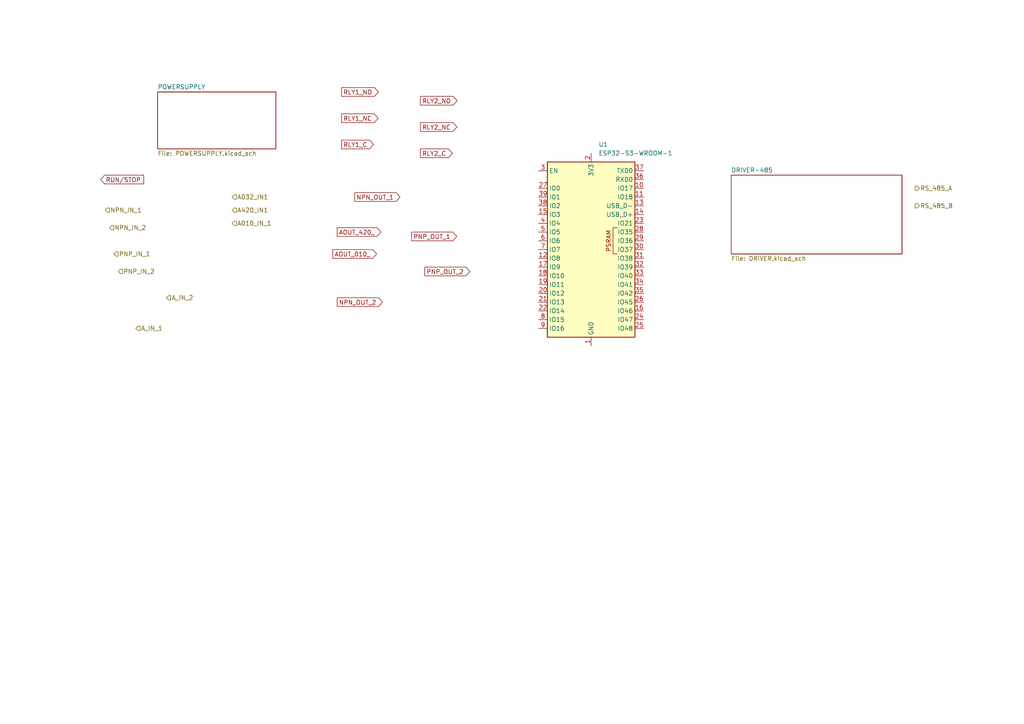
<source format=kicad_sch>
(kicad_sch
	(version 20250114)
	(generator "eeschema")
	(generator_version "9.0")
	(uuid "a8e24de5-b1df-440c-aee0-57f2ba738650")
	(paper "A4")
	(lib_symbols
		(symbol "RF_Module:ESP32-S3-WROOM-1"
			(exclude_from_sim no)
			(in_bom yes)
			(on_board yes)
			(property "Reference" "U"
				(at -12.7 26.67 0)
				(effects
					(font
						(size 1.27 1.27)
					)
				)
			)
			(property "Value" "ESP32-S3-WROOM-1"
				(at 12.7 26.67 0)
				(effects
					(font
						(size 1.27 1.27)
					)
				)
			)
			(property "Footprint" "RF_Module:ESP32-S3-WROOM-1"
				(at 0 2.54 0)
				(effects
					(font
						(size 1.27 1.27)
					)
					(hide yes)
				)
			)
			(property "Datasheet" "https://www.espressif.com/sites/default/files/documentation/esp32-s3-wroom-1_wroom-1u_datasheet_en.pdf"
				(at 0 0 0)
				(effects
					(font
						(size 1.27 1.27)
					)
					(hide yes)
				)
			)
			(property "Description" "RF Module, ESP32-S3 SoC, Wi-Fi 802.11b/g/n, Bluetooth, BLE, 32-bit, 3.3V, onboard antenna, SMD"
				(at 0 0 0)
				(effects
					(font
						(size 1.27 1.27)
					)
					(hide yes)
				)
			)
			(property "ki_keywords" "RF Radio BT ESP ESP32-S3 Espressif onboard PCB antenna"
				(at 0 0 0)
				(effects
					(font
						(size 1.27 1.27)
					)
					(hide yes)
				)
			)
			(property "ki_fp_filters" "ESP32?S3?WROOM?1*"
				(at 0 0 0)
				(effects
					(font
						(size 1.27 1.27)
					)
					(hide yes)
				)
			)
			(symbol "ESP32-S3-WROOM-1_0_0"
				(rectangle
					(start -12.7 25.4)
					(end 12.7 -25.4)
					(stroke
						(width 0.254)
						(type default)
					)
					(fill
						(type background)
					)
				)
				(text "PSRAM"
					(at 5.08 2.54 900)
					(effects
						(font
							(size 1.27 1.27)
						)
					)
				)
			)
			(symbol "ESP32-S3-WROOM-1_0_1"
				(polyline
					(pts
						(xy 7.62 -1.27) (xy 6.35 -1.27) (xy 6.35 6.35) (xy 7.62 6.35)
					)
					(stroke
						(width 0)
						(type default)
					)
					(fill
						(type none)
					)
				)
			)
			(symbol "ESP32-S3-WROOM-1_1_1"
				(pin input line
					(at -15.24 22.86 0)
					(length 2.54)
					(name "EN"
						(effects
							(font
								(size 1.27 1.27)
							)
						)
					)
					(number "3"
						(effects
							(font
								(size 1.27 1.27)
							)
						)
					)
				)
				(pin bidirectional line
					(at -15.24 17.78 0)
					(length 2.54)
					(name "IO0"
						(effects
							(font
								(size 1.27 1.27)
							)
						)
					)
					(number "27"
						(effects
							(font
								(size 1.27 1.27)
							)
						)
					)
				)
				(pin bidirectional line
					(at -15.24 15.24 0)
					(length 2.54)
					(name "IO1"
						(effects
							(font
								(size 1.27 1.27)
							)
						)
					)
					(number "39"
						(effects
							(font
								(size 1.27 1.27)
							)
						)
					)
				)
				(pin bidirectional line
					(at -15.24 12.7 0)
					(length 2.54)
					(name "IO2"
						(effects
							(font
								(size 1.27 1.27)
							)
						)
					)
					(number "38"
						(effects
							(font
								(size 1.27 1.27)
							)
						)
					)
				)
				(pin bidirectional line
					(at -15.24 10.16 0)
					(length 2.54)
					(name "IO3"
						(effects
							(font
								(size 1.27 1.27)
							)
						)
					)
					(number "15"
						(effects
							(font
								(size 1.27 1.27)
							)
						)
					)
				)
				(pin bidirectional line
					(at -15.24 7.62 0)
					(length 2.54)
					(name "IO4"
						(effects
							(font
								(size 1.27 1.27)
							)
						)
					)
					(number "4"
						(effects
							(font
								(size 1.27 1.27)
							)
						)
					)
				)
				(pin bidirectional line
					(at -15.24 5.08 0)
					(length 2.54)
					(name "IO5"
						(effects
							(font
								(size 1.27 1.27)
							)
						)
					)
					(number "5"
						(effects
							(font
								(size 1.27 1.27)
							)
						)
					)
				)
				(pin bidirectional line
					(at -15.24 2.54 0)
					(length 2.54)
					(name "IO6"
						(effects
							(font
								(size 1.27 1.27)
							)
						)
					)
					(number "6"
						(effects
							(font
								(size 1.27 1.27)
							)
						)
					)
				)
				(pin bidirectional line
					(at -15.24 0 0)
					(length 2.54)
					(name "IO7"
						(effects
							(font
								(size 1.27 1.27)
							)
						)
					)
					(number "7"
						(effects
							(font
								(size 1.27 1.27)
							)
						)
					)
				)
				(pin bidirectional line
					(at -15.24 -2.54 0)
					(length 2.54)
					(name "IO8"
						(effects
							(font
								(size 1.27 1.27)
							)
						)
					)
					(number "12"
						(effects
							(font
								(size 1.27 1.27)
							)
						)
					)
				)
				(pin bidirectional line
					(at -15.24 -5.08 0)
					(length 2.54)
					(name "IO9"
						(effects
							(font
								(size 1.27 1.27)
							)
						)
					)
					(number "17"
						(effects
							(font
								(size 1.27 1.27)
							)
						)
					)
				)
				(pin bidirectional line
					(at -15.24 -7.62 0)
					(length 2.54)
					(name "IO10"
						(effects
							(font
								(size 1.27 1.27)
							)
						)
					)
					(number "18"
						(effects
							(font
								(size 1.27 1.27)
							)
						)
					)
				)
				(pin bidirectional line
					(at -15.24 -10.16 0)
					(length 2.54)
					(name "IO11"
						(effects
							(font
								(size 1.27 1.27)
							)
						)
					)
					(number "19"
						(effects
							(font
								(size 1.27 1.27)
							)
						)
					)
				)
				(pin bidirectional line
					(at -15.24 -12.7 0)
					(length 2.54)
					(name "IO12"
						(effects
							(font
								(size 1.27 1.27)
							)
						)
					)
					(number "20"
						(effects
							(font
								(size 1.27 1.27)
							)
						)
					)
				)
				(pin bidirectional line
					(at -15.24 -15.24 0)
					(length 2.54)
					(name "IO13"
						(effects
							(font
								(size 1.27 1.27)
							)
						)
					)
					(number "21"
						(effects
							(font
								(size 1.27 1.27)
							)
						)
					)
				)
				(pin bidirectional line
					(at -15.24 -17.78 0)
					(length 2.54)
					(name "IO14"
						(effects
							(font
								(size 1.27 1.27)
							)
						)
					)
					(number "22"
						(effects
							(font
								(size 1.27 1.27)
							)
						)
					)
				)
				(pin bidirectional line
					(at -15.24 -20.32 0)
					(length 2.54)
					(name "IO15"
						(effects
							(font
								(size 1.27 1.27)
							)
						)
					)
					(number "8"
						(effects
							(font
								(size 1.27 1.27)
							)
						)
					)
				)
				(pin bidirectional line
					(at -15.24 -22.86 0)
					(length 2.54)
					(name "IO16"
						(effects
							(font
								(size 1.27 1.27)
							)
						)
					)
					(number "9"
						(effects
							(font
								(size 1.27 1.27)
							)
						)
					)
				)
				(pin power_in line
					(at 0 27.94 270)
					(length 2.54)
					(name "3V3"
						(effects
							(font
								(size 1.27 1.27)
							)
						)
					)
					(number "2"
						(effects
							(font
								(size 1.27 1.27)
							)
						)
					)
				)
				(pin power_in line
					(at 0 -27.94 90)
					(length 2.54)
					(name "GND"
						(effects
							(font
								(size 1.27 1.27)
							)
						)
					)
					(number "1"
						(effects
							(font
								(size 1.27 1.27)
							)
						)
					)
				)
				(pin passive line
					(at 0 -27.94 90)
					(length 2.54)
					(hide yes)
					(name "GND"
						(effects
							(font
								(size 1.27 1.27)
							)
						)
					)
					(number "40"
						(effects
							(font
								(size 1.27 1.27)
							)
						)
					)
				)
				(pin passive line
					(at 0 -27.94 90)
					(length 2.54)
					(hide yes)
					(name "GND"
						(effects
							(font
								(size 1.27 1.27)
							)
						)
					)
					(number "41"
						(effects
							(font
								(size 1.27 1.27)
							)
						)
					)
				)
				(pin bidirectional line
					(at 15.24 22.86 180)
					(length 2.54)
					(name "TXD0"
						(effects
							(font
								(size 1.27 1.27)
							)
						)
					)
					(number "37"
						(effects
							(font
								(size 1.27 1.27)
							)
						)
					)
				)
				(pin bidirectional line
					(at 15.24 20.32 180)
					(length 2.54)
					(name "RXD0"
						(effects
							(font
								(size 1.27 1.27)
							)
						)
					)
					(number "36"
						(effects
							(font
								(size 1.27 1.27)
							)
						)
					)
				)
				(pin bidirectional line
					(at 15.24 17.78 180)
					(length 2.54)
					(name "IO17"
						(effects
							(font
								(size 1.27 1.27)
							)
						)
					)
					(number "10"
						(effects
							(font
								(size 1.27 1.27)
							)
						)
					)
				)
				(pin bidirectional line
					(at 15.24 15.24 180)
					(length 2.54)
					(name "IO18"
						(effects
							(font
								(size 1.27 1.27)
							)
						)
					)
					(number "11"
						(effects
							(font
								(size 1.27 1.27)
							)
						)
					)
				)
				(pin bidirectional line
					(at 15.24 12.7 180)
					(length 2.54)
					(name "USB_D-"
						(effects
							(font
								(size 1.27 1.27)
							)
						)
					)
					(number "13"
						(effects
							(font
								(size 1.27 1.27)
							)
						)
					)
					(alternate "IO19" bidirectional line)
				)
				(pin bidirectional line
					(at 15.24 10.16 180)
					(length 2.54)
					(name "USB_D+"
						(effects
							(font
								(size 1.27 1.27)
							)
						)
					)
					(number "14"
						(effects
							(font
								(size 1.27 1.27)
							)
						)
					)
					(alternate "IO20" bidirectional line)
				)
				(pin bidirectional line
					(at 15.24 7.62 180)
					(length 2.54)
					(name "IO21"
						(effects
							(font
								(size 1.27 1.27)
							)
						)
					)
					(number "23"
						(effects
							(font
								(size 1.27 1.27)
							)
						)
					)
				)
				(pin bidirectional line
					(at 15.24 5.08 180)
					(length 2.54)
					(name "IO35"
						(effects
							(font
								(size 1.27 1.27)
							)
						)
					)
					(number "28"
						(effects
							(font
								(size 1.27 1.27)
							)
						)
					)
				)
				(pin bidirectional line
					(at 15.24 2.54 180)
					(length 2.54)
					(name "IO36"
						(effects
							(font
								(size 1.27 1.27)
							)
						)
					)
					(number "29"
						(effects
							(font
								(size 1.27 1.27)
							)
						)
					)
				)
				(pin bidirectional line
					(at 15.24 0 180)
					(length 2.54)
					(name "IO37"
						(effects
							(font
								(size 1.27 1.27)
							)
						)
					)
					(number "30"
						(effects
							(font
								(size 1.27 1.27)
							)
						)
					)
				)
				(pin bidirectional line
					(at 15.24 -2.54 180)
					(length 2.54)
					(name "IO38"
						(effects
							(font
								(size 1.27 1.27)
							)
						)
					)
					(number "31"
						(effects
							(font
								(size 1.27 1.27)
							)
						)
					)
				)
				(pin bidirectional line
					(at 15.24 -5.08 180)
					(length 2.54)
					(name "IO39"
						(effects
							(font
								(size 1.27 1.27)
							)
						)
					)
					(number "32"
						(effects
							(font
								(size 1.27 1.27)
							)
						)
					)
				)
				(pin bidirectional line
					(at 15.24 -7.62 180)
					(length 2.54)
					(name "IO40"
						(effects
							(font
								(size 1.27 1.27)
							)
						)
					)
					(number "33"
						(effects
							(font
								(size 1.27 1.27)
							)
						)
					)
				)
				(pin bidirectional line
					(at 15.24 -10.16 180)
					(length 2.54)
					(name "IO41"
						(effects
							(font
								(size 1.27 1.27)
							)
						)
					)
					(number "34"
						(effects
							(font
								(size 1.27 1.27)
							)
						)
					)
				)
				(pin bidirectional line
					(at 15.24 -12.7 180)
					(length 2.54)
					(name "IO42"
						(effects
							(font
								(size 1.27 1.27)
							)
						)
					)
					(number "35"
						(effects
							(font
								(size 1.27 1.27)
							)
						)
					)
				)
				(pin bidirectional line
					(at 15.24 -15.24 180)
					(length 2.54)
					(name "IO45"
						(effects
							(font
								(size 1.27 1.27)
							)
						)
					)
					(number "26"
						(effects
							(font
								(size 1.27 1.27)
							)
						)
					)
				)
				(pin bidirectional line
					(at 15.24 -17.78 180)
					(length 2.54)
					(name "IO46"
						(effects
							(font
								(size 1.27 1.27)
							)
						)
					)
					(number "16"
						(effects
							(font
								(size 1.27 1.27)
							)
						)
					)
				)
				(pin bidirectional line
					(at 15.24 -20.32 180)
					(length 2.54)
					(name "IO47"
						(effects
							(font
								(size 1.27 1.27)
							)
						)
					)
					(number "24"
						(effects
							(font
								(size 1.27 1.27)
							)
						)
					)
				)
				(pin bidirectional line
					(at 15.24 -22.86 180)
					(length 2.54)
					(name "IO48"
						(effects
							(font
								(size 1.27 1.27)
							)
						)
					)
					(number "25"
						(effects
							(font
								(size 1.27 1.27)
							)
						)
					)
				)
			)
			(embedded_fonts no)
		)
	)
	(global_label "PNP_OUT_2"
		(shape output)
		(at 123.19 78.74 0)
		(fields_autoplaced yes)
		(effects
			(font
				(size 1.27 1.27)
			)
			(justify left)
		)
		(uuid "243f4fec-d8dd-4a93-a12e-893b42f6525c")
		(property "Intersheetrefs" "${INTERSHEET_REFS}"
			(at 136.819 78.74 0)
			(effects
				(font
					(size 1.27 1.27)
				)
				(justify left)
				(hide yes)
			)
		)
	)
	(global_label "RLY1_NO"
		(shape output)
		(at 99.06 26.67 0)
		(fields_autoplaced yes)
		(effects
			(font
				(size 1.27 1.27)
			)
			(justify left)
		)
		(uuid "247eb049-428f-4f25-91eb-61239c3a2244")
		(property "Intersheetrefs" "${INTERSHEET_REFS}"
			(at 110.27 26.67 0)
			(effects
				(font
					(size 1.27 1.27)
				)
				(justify left)
				(hide yes)
			)
		)
	)
	(global_label "RLY2_NO"
		(shape output)
		(at 121.92 29.21 0)
		(fields_autoplaced yes)
		(effects
			(font
				(size 1.27 1.27)
			)
			(justify left)
		)
		(uuid "282f09cd-2d82-4e82-8852-44f02019f644")
		(property "Intersheetrefs" "${INTERSHEET_REFS}"
			(at 133.13 29.21 0)
			(effects
				(font
					(size 1.27 1.27)
				)
				(justify left)
				(hide yes)
			)
		)
	)
	(global_label "AOUT_420_"
		(shape output)
		(at 97.79 67.31 0)
		(fields_autoplaced yes)
		(effects
			(font
				(size 1.27 1.27)
			)
			(justify left)
		)
		(uuid "38086f34-0d25-4e31-a2b1-02c2850020b2")
		(property "Intersheetrefs" "${INTERSHEET_REFS}"
			(at 111.0561 67.31 0)
			(effects
				(font
					(size 1.27 1.27)
				)
				(justify left)
				(hide yes)
			)
		)
	)
	(global_label "RUN{slash}STOP"
		(shape input)
		(at 29.21 52.07 0)
		(fields_autoplaced yes)
		(effects
			(font
				(size 1.27 1.27)
			)
			(justify left)
		)
		(uuid "395d5b4f-5368-4466-a499-96cc3140ff17")
		(property "Intersheetrefs" "${INTERSHEET_REFS}"
			(at 42.2343 52.07 0)
			(effects
				(font
					(size 1.27 1.27)
				)
				(justify left)
				(hide yes)
			)
		)
	)
	(global_label "RLY2_NC"
		(shape output)
		(at 121.92 36.83 0)
		(fields_autoplaced yes)
		(effects
			(font
				(size 1.27 1.27)
			)
			(justify left)
		)
		(uuid "3c76c257-1570-4d6d-9f0c-44b1f7739d58")
		(property "Intersheetrefs" "${INTERSHEET_REFS}"
			(at 133.0695 36.83 0)
			(effects
				(font
					(size 1.27 1.27)
				)
				(justify left)
				(hide yes)
			)
		)
	)
	(global_label "NPN_OUT_2"
		(shape output)
		(at 97.79 87.63 0)
		(fields_autoplaced yes)
		(effects
			(font
				(size 1.27 1.27)
			)
			(justify left)
		)
		(uuid "425a0faf-cdf7-4915-9b12-fe1b216ed391")
		(property "Intersheetrefs" "${INTERSHEET_REFS}"
			(at 111.4795 87.63 0)
			(effects
				(font
					(size 1.27 1.27)
				)
				(justify left)
				(hide yes)
			)
		)
	)
	(global_label "PNP_OUT_1"
		(shape output)
		(at 119.38 68.58 0)
		(fields_autoplaced yes)
		(effects
			(font
				(size 1.27 1.27)
			)
			(justify left)
		)
		(uuid "56ca9699-eeb9-471a-bfbc-1a194b0c3a33")
		(property "Intersheetrefs" "${INTERSHEET_REFS}"
			(at 133.009 68.58 0)
			(effects
				(font
					(size 1.27 1.27)
				)
				(justify left)
				(hide yes)
			)
		)
	)
	(global_label "NPN_OUT_1"
		(shape output)
		(at 102.87 57.15 0)
		(fields_autoplaced yes)
		(effects
			(font
				(size 1.27 1.27)
			)
			(justify left)
		)
		(uuid "6b864ad5-e675-43c3-91e8-12e3720b5761")
		(property "Intersheetrefs" "${INTERSHEET_REFS}"
			(at 116.5595 57.15 0)
			(effects
				(font
					(size 1.27 1.27)
				)
				(justify left)
				(hide yes)
			)
		)
	)
	(global_label "RLY1_NC"
		(shape output)
		(at 99.06 34.29 0)
		(fields_autoplaced yes)
		(effects
			(font
				(size 1.27 1.27)
			)
			(justify left)
		)
		(uuid "7d699579-9321-4c21-9078-25f22693271f")
		(property "Intersheetrefs" "${INTERSHEET_REFS}"
			(at 110.2095 34.29 0)
			(effects
				(font
					(size 1.27 1.27)
				)
				(justify left)
				(hide yes)
			)
		)
	)
	(global_label "AOUT_010_"
		(shape output)
		(at 96.52 73.66 0)
		(fields_autoplaced yes)
		(effects
			(font
				(size 1.27 1.27)
			)
			(justify left)
		)
		(uuid "88d516c3-80ed-4090-a934-9bb4e5e74695")
		(property "Intersheetrefs" "${INTERSHEET_REFS}"
			(at 109.7861 73.66 0)
			(effects
				(font
					(size 1.27 1.27)
				)
				(justify left)
				(hide yes)
			)
		)
	)
	(global_label "RLY1_C"
		(shape output)
		(at 99.06 41.91 0)
		(fields_autoplaced yes)
		(effects
			(font
				(size 1.27 1.27)
			)
			(justify left)
		)
		(uuid "b1226a25-a244-4b54-acf5-3cbd8259bf28")
		(property "Intersheetrefs" "${INTERSHEET_REFS}"
			(at 108.879 41.91 0)
			(effects
				(font
					(size 1.27 1.27)
				)
				(justify left)
				(hide yes)
			)
		)
	)
	(global_label "RLY2_C"
		(shape output)
		(at 121.92 44.45 0)
		(fields_autoplaced yes)
		(effects
			(font
				(size 1.27 1.27)
			)
			(justify left)
		)
		(uuid "bb366cb4-e74e-4e67-8dfa-d8e804763543")
		(property "Intersheetrefs" "${INTERSHEET_REFS}"
			(at 131.739 44.45 0)
			(effects
				(font
					(size 1.27 1.27)
				)
				(justify left)
				(hide yes)
			)
		)
	)
	(hierarchical_label "A010_IN_1"
		(shape input)
		(at 67.31 64.77 0)
		(effects
			(font
				(size 1.27 1.27)
			)
			(justify left)
		)
		(uuid "0e274747-eb76-454c-96df-488bc53aac06")
	)
	(hierarchical_label "PNP_IN_1"
		(shape input)
		(at 33.02 73.66 0)
		(effects
			(font
				(size 1.27 1.27)
			)
			(justify left)
		)
		(uuid "173048d4-e17c-4455-8229-af2200ca3cf6")
	)
	(hierarchical_label "NPN_IN_2"
		(shape input)
		(at 31.75 66.04 0)
		(effects
			(font
				(size 1.27 1.27)
			)
			(justify left)
		)
		(uuid "41765dc4-e3b9-459c-817a-86321e35bfe6")
	)
	(hierarchical_label "A032_IN1"
		(shape input)
		(at 67.31 57.15 0)
		(effects
			(font
				(size 1.27 1.27)
			)
			(justify left)
		)
		(uuid "46474dce-cf76-4684-ad56-40518ad9d38e")
	)
	(hierarchical_label "NPN_IN_1"
		(shape input)
		(at 30.48 60.96 0)
		(effects
			(font
				(size 1.27 1.27)
			)
			(justify left)
		)
		(uuid "65f8dbf9-6fb1-4ef6-80c1-8a8811f2b2c2")
	)
	(hierarchical_label "RS_485_A"
		(shape output)
		(at 265.43 54.61 0)
		(effects
			(font
				(size 1.27 1.27)
			)
			(justify left)
		)
		(uuid "85f73a85-82d1-42ae-9cde-0a86e0ca7088")
	)
	(hierarchical_label "PNP_IN_2"
		(shape input)
		(at 34.29 78.74 0)
		(effects
			(font
				(size 1.27 1.27)
			)
			(justify left)
		)
		(uuid "8b47e860-4f2d-4506-ace4-177c8e3a8eeb")
	)
	(hierarchical_label "A_IN_1"
		(shape input)
		(at 39.37 95.25 0)
		(effects
			(font
				(size 1.27 1.27)
			)
			(justify left)
		)
		(uuid "8cbcbe97-829e-4b47-a503-bab8c52e5a81")
	)
	(hierarchical_label "A420_IN1"
		(shape input)
		(at 67.31 60.96 0)
		(effects
			(font
				(size 1.27 1.27)
			)
			(justify left)
		)
		(uuid "90ba074b-44e6-40df-a299-7f4e6befb918")
	)
	(hierarchical_label "RS_485_B"
		(shape output)
		(at 265.43 59.69 0)
		(effects
			(font
				(size 1.27 1.27)
			)
			(justify left)
		)
		(uuid "bb39d30c-9871-4e04-91bd-b686e43e217d")
	)
	(hierarchical_label "A_IN_2"
		(shape input)
		(at 48.26 86.36 0)
		(effects
			(font
				(size 1.27 1.27)
			)
			(justify left)
		)
		(uuid "eb12ef83-b997-4cf9-ac59-b585ae4b379c")
	)
	(symbol
		(lib_id "RF_Module:ESP32-S3-WROOM-1")
		(at 171.45 72.39 0)
		(unit 1)
		(exclude_from_sim no)
		(in_bom yes)
		(on_board yes)
		(dnp no)
		(fields_autoplaced yes)
		(uuid "e3aabc98-97b8-487d-8a8e-6085e3abb392")
		(property "Reference" "U1"
			(at 173.5933 41.91 0)
			(effects
				(font
					(size 1.27 1.27)
				)
				(justify left)
			)
		)
		(property "Value" "ESP32-S3-WROOM-1"
			(at 173.5933 44.45 0)
			(effects
				(font
					(size 1.27 1.27)
				)
				(justify left)
			)
		)
		(property "Footprint" "RF_Module:ESP32-S3-WROOM-1"
			(at 171.45 69.85 0)
			(effects
				(font
					(size 1.27 1.27)
				)
				(hide yes)
			)
		)
		(property "Datasheet" "https://www.espressif.com/sites/default/files/documentation/esp32-s3-wroom-1_wroom-1u_datasheet_en.pdf"
			(at 171.45 72.39 0)
			(effects
				(font
					(size 1.27 1.27)
				)
				(hide yes)
			)
		)
		(property "Description" "RF Module, ESP32-S3 SoC, Wi-Fi 802.11b/g/n, Bluetooth, BLE, 32-bit, 3.3V, onboard antenna, SMD"
			(at 171.45 72.39 0)
			(effects
				(font
					(size 1.27 1.27)
				)
				(hide yes)
			)
		)
		(pin "27"
			(uuid "b619b8e3-8e36-402c-8b62-3b60e19aca4c")
		)
		(pin "15"
			(uuid "3bb9a3a0-ba0f-4b51-a193-97fa39d7624b")
		)
		(pin "18"
			(uuid "96230059-c1e9-42b0-aba4-0cbc8f439fa0")
		)
		(pin "22"
			(uuid "d3355c8c-89e6-4125-981a-7780c5db0374")
		)
		(pin "8"
			(uuid "2bf5773d-bc15-4b2b-a833-127469f5c574")
		)
		(pin "9"
			(uuid "57d3ac68-b591-4e39-8458-16bf5720d997")
		)
		(pin "12"
			(uuid "518d4511-b463-4596-a189-a9e0927c641a")
		)
		(pin "4"
			(uuid "6adf8ea0-84ca-42c0-a61e-4be5eed9c740")
		)
		(pin "6"
			(uuid "b25d1f41-f01d-4924-99d6-d78ea1acc17c")
		)
		(pin "21"
			(uuid "95a7532c-ada6-46d5-b677-309b43ab29e7")
		)
		(pin "3"
			(uuid "200f6559-a9b3-4c41-a6cd-bdded11bdceb")
		)
		(pin "38"
			(uuid "b45209e7-4ed5-49e0-bbd1-254f18c06409")
		)
		(pin "39"
			(uuid "0aad155c-30f8-4051-a9b5-2d1a62baa080")
		)
		(pin "5"
			(uuid "25f95b8e-a2a7-48c3-a462-ee85942c237e")
		)
		(pin "7"
			(uuid "bab89fef-c637-4b15-a827-92bacd05a895")
		)
		(pin "17"
			(uuid "c2184d93-96ed-4546-8700-83cd47e83185")
		)
		(pin "20"
			(uuid "4aab099e-47ea-42e8-9df2-49313a14eebe")
		)
		(pin "19"
			(uuid "9efc3fa4-8477-4f3d-ba3e-9245ea8b6e2f")
		)
		(pin "14"
			(uuid "37a1a34b-f5d6-4318-a332-54694c5fe9b1")
		)
		(pin "31"
			(uuid "d7a20239-a03a-45f2-bc76-8a2426e4345c")
		)
		(pin "35"
			(uuid "50f6ab0f-5c1e-4777-bcb8-c7eb3e8d7c6e")
		)
		(pin "41"
			(uuid "e485c6a9-083b-415f-a6b5-e9751641e092")
		)
		(pin "26"
			(uuid "04e2a16f-bd3d-486b-8c41-e6560ba80583")
		)
		(pin "37"
			(uuid "e6ddc371-a11a-46ee-b9dd-b49aa6903b04")
		)
		(pin "30"
			(uuid "1b62289e-f61c-4c79-8428-c31f243a6093")
		)
		(pin "32"
			(uuid "0eb323fc-29eb-42c2-8df6-004a5eebdd07")
		)
		(pin "34"
			(uuid "cafc5967-8a7e-437b-a511-83e3f0b2fbae")
		)
		(pin "16"
			(uuid "6feba2ba-3014-41d2-962d-2a109e24ec1d")
		)
		(pin "1"
			(uuid "dc64d00d-dc8a-43bd-8fce-d4718e078620")
		)
		(pin "2"
			(uuid "87d9b961-a27d-4804-9646-42e40fda43fc")
		)
		(pin "33"
			(uuid "d2e443f6-e00f-4918-bed5-61a0b9c0100b")
		)
		(pin "29"
			(uuid "0dabf8bf-664f-4600-8731-b3c566a7351d")
		)
		(pin "28"
			(uuid "1cbba5a4-7d16-41e4-9880-35eaca259d55")
		)
		(pin "11"
			(uuid "8ba6d20c-f489-4ebf-8269-50aaf552417a")
		)
		(pin "13"
			(uuid "868afc6c-c237-44ea-972b-0684518b8236")
		)
		(pin "40"
			(uuid "3471b4b4-c8ae-4aac-96fd-f47ca570e205")
		)
		(pin "23"
			(uuid "78d85801-9005-4297-a997-4e53b25c1074")
		)
		(pin "25"
			(uuid "fd309621-331e-4170-b3dd-9cb1ce7550db")
		)
		(pin "36"
			(uuid "867e23e1-27e7-4534-8b52-a5dae21e4976")
		)
		(pin "24"
			(uuid "80e0f6ea-c5b3-408c-aa93-e0c1bf03b82d")
		)
		(pin "10"
			(uuid "3e010560-a4d4-4a95-b725-f42347198f06")
		)
		(instances
			(project ""
				(path "/dc6fb271-dfd0-4448-98f1-862b1cc93a80/2ca62569-d560-4cca-9470-52fd378086ae"
					(reference "U1")
					(unit 1)
				)
			)
		)
	)
	(sheet
		(at 45.72 26.67)
		(size 34.29 16.51)
		(exclude_from_sim no)
		(in_bom yes)
		(on_board yes)
		(dnp no)
		(fields_autoplaced yes)
		(stroke
			(width 0.1524)
			(type solid)
		)
		(fill
			(color 0 0 0 0.0000)
		)
		(uuid "4af080e6-c498-4e1d-bc3d-e79beb1e235c")
		(property "Sheetname" "POWERSUPPLY"
			(at 45.72 25.9584 0)
			(effects
				(font
					(size 1.27 1.27)
				)
				(justify left bottom)
			)
		)
		(property "Sheetfile" "POWERSUPPLY.kicad_sch"
			(at 45.72 43.7646 0)
			(effects
				(font
					(size 1.27 1.27)
				)
				(justify left top)
			)
		)
		(instances
			(project "NIVARA PROJECT"
				(path "/dc6fb271-dfd0-4448-98f1-862b1cc93a80/2ca62569-d560-4cca-9470-52fd378086ae"
					(page "3")
				)
			)
		)
	)
	(sheet
		(at 212.09 50.8)
		(size 49.53 22.86)
		(exclude_from_sim no)
		(in_bom yes)
		(on_board yes)
		(dnp no)
		(fields_autoplaced yes)
		(stroke
			(width 0.1524)
			(type solid)
		)
		(fill
			(color 0 0 0 0.0000)
		)
		(uuid "8ef64837-0deb-4b78-b923-663ec9ad6854")
		(property "Sheetname" "DRIVER-485"
			(at 212.09 50.0884 0)
			(effects
				(font
					(size 1.27 1.27)
				)
				(justify left bottom)
			)
		)
		(property "Sheetfile" "DRIVER.kicad_sch"
			(at 212.09 74.2446 0)
			(effects
				(font
					(size 1.27 1.27)
				)
				(justify left top)
			)
		)
		(instances
			(project "NIVARA PROJECT"
				(path "/dc6fb271-dfd0-4448-98f1-862b1cc93a80/2ca62569-d560-4cca-9470-52fd378086ae"
					(page "4")
				)
			)
		)
	)
)

</source>
